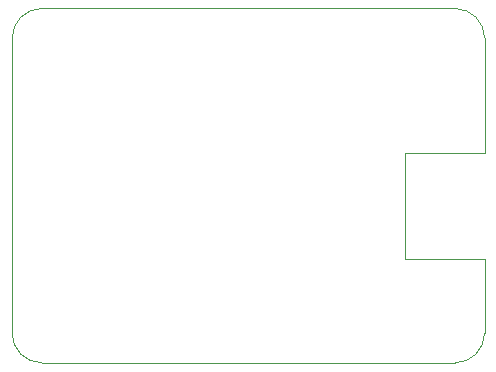
<source format=gbr>
%TF.GenerationSoftware,KiCad,Pcbnew,(5.1.12-1-g0a0a2da680)-1*%
%TF.CreationDate,2023-03-21T19:15:17+01:00*%
%TF.ProjectId,ThermoDeviceLogger,54686572-6d6f-4446-9576-6963654c6f67,rev?*%
%TF.SameCoordinates,Original*%
%TF.FileFunction,Profile,NP*%
%FSLAX46Y46*%
G04 Gerber Fmt 4.6, Leading zero omitted, Abs format (unit mm)*
G04 Created by KiCad (PCBNEW (5.1.12-1-g0a0a2da680)-1) date 2023-03-21 19:15:17*
%MOMM*%
%LPD*%
G01*
G04 APERTURE LIST*
%TA.AperFunction,Profile*%
%ADD10C,0.050000*%
%TD*%
G04 APERTURE END LIST*
D10*
X125000000Y-64700000D02*
X125000000Y-55000000D01*
X125000000Y-64700000D02*
X118300000Y-64700000D01*
X118300000Y-73700000D02*
X118300000Y-64700000D01*
X125000000Y-73700000D02*
X118300000Y-73700000D01*
X125000000Y-73700000D02*
X125000000Y-80000000D01*
X85000000Y-55000000D02*
G75*
G02*
X87500000Y-52500000I2500000J0D01*
G01*
X87500000Y-82500000D02*
G75*
G02*
X85000000Y-80000000I0J2500000D01*
G01*
X125000000Y-80000000D02*
G75*
G02*
X122500000Y-82500000I-2500000J0D01*
G01*
X122500000Y-52500000D02*
G75*
G02*
X125000000Y-55000000I0J-2500000D01*
G01*
X87500000Y-82500000D02*
X122500000Y-82500000D01*
X85000000Y-55000000D02*
X85000000Y-80000000D01*
X87500000Y-52500000D02*
X122500000Y-52500000D01*
M02*

</source>
